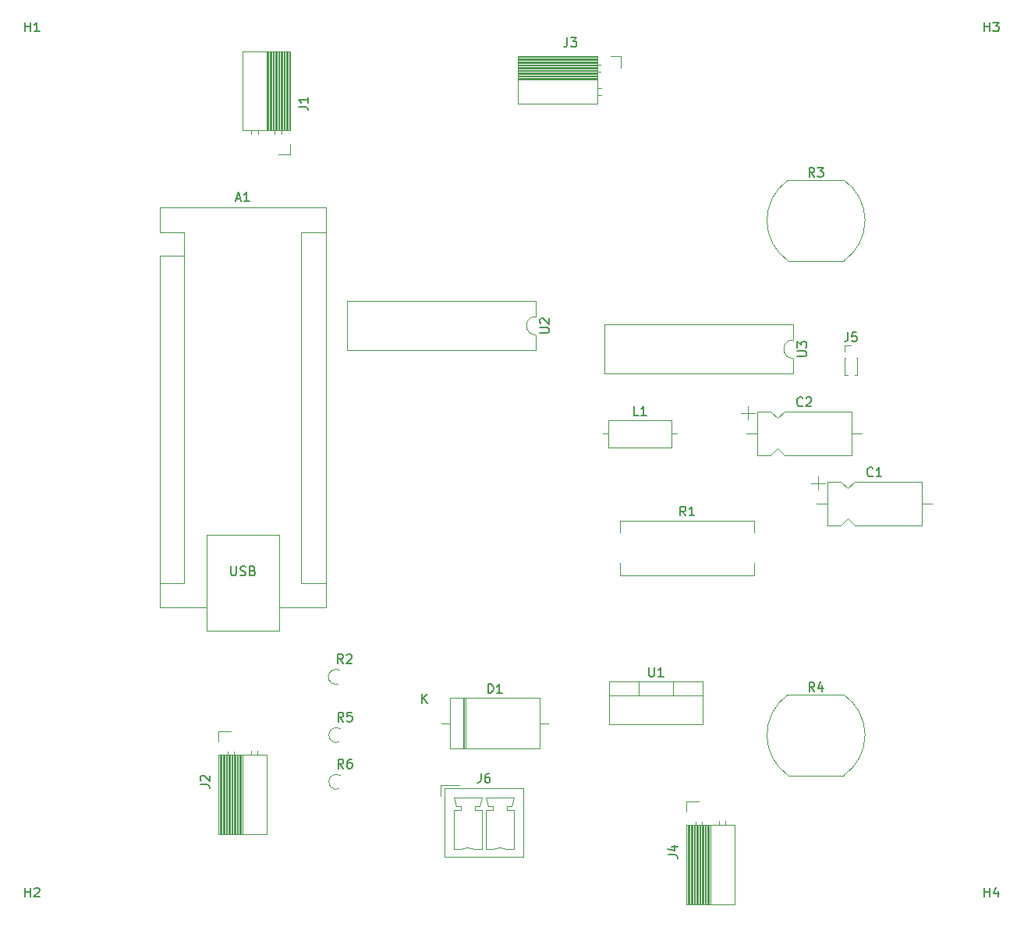
<source format=gbr>
%TF.GenerationSoftware,KiCad,Pcbnew,7.0.2*%
%TF.CreationDate,2023-04-22T23:51:56+05:30*%
%TF.ProjectId,Final circuit pcb file,46696e61-6c20-4636-9972-637569742070,rev?*%
%TF.SameCoordinates,Original*%
%TF.FileFunction,Legend,Top*%
%TF.FilePolarity,Positive*%
%FSLAX46Y46*%
G04 Gerber Fmt 4.6, Leading zero omitted, Abs format (unit mm)*
G04 Created by KiCad (PCBNEW 7.0.2) date 2023-04-22 23:51:56*
%MOMM*%
%LPD*%
G01*
G04 APERTURE LIST*
%ADD10C,0.150000*%
%ADD11C,0.120000*%
G04 APERTURE END LIST*
D10*
%TO.C,R4*%
X112873333Y-96862619D02*
X112540000Y-96386428D01*
X112301905Y-96862619D02*
X112301905Y-95862619D01*
X112301905Y-95862619D02*
X112682857Y-95862619D01*
X112682857Y-95862619D02*
X112778095Y-95910238D01*
X112778095Y-95910238D02*
X112825714Y-95957857D01*
X112825714Y-95957857D02*
X112873333Y-96053095D01*
X112873333Y-96053095D02*
X112873333Y-96195952D01*
X112873333Y-96195952D02*
X112825714Y-96291190D01*
X112825714Y-96291190D02*
X112778095Y-96338809D01*
X112778095Y-96338809D02*
X112682857Y-96386428D01*
X112682857Y-96386428D02*
X112301905Y-96386428D01*
X113730476Y-96195952D02*
X113730476Y-96862619D01*
X113492381Y-95815000D02*
X113254286Y-96529285D01*
X113254286Y-96529285D02*
X113873333Y-96529285D01*
%TO.C,U3*%
X111012619Y-60451904D02*
X111822142Y-60451904D01*
X111822142Y-60451904D02*
X111917380Y-60404285D01*
X111917380Y-60404285D02*
X111965000Y-60356666D01*
X111965000Y-60356666D02*
X112012619Y-60261428D01*
X112012619Y-60261428D02*
X112012619Y-60070952D01*
X112012619Y-60070952D02*
X111965000Y-59975714D01*
X111965000Y-59975714D02*
X111917380Y-59928095D01*
X111917380Y-59928095D02*
X111822142Y-59880476D01*
X111822142Y-59880476D02*
X111012619Y-59880476D01*
X111012619Y-59499523D02*
X111012619Y-58880476D01*
X111012619Y-58880476D02*
X111393571Y-59213809D01*
X111393571Y-59213809D02*
X111393571Y-59070952D01*
X111393571Y-59070952D02*
X111441190Y-58975714D01*
X111441190Y-58975714D02*
X111488809Y-58928095D01*
X111488809Y-58928095D02*
X111584047Y-58880476D01*
X111584047Y-58880476D02*
X111822142Y-58880476D01*
X111822142Y-58880476D02*
X111917380Y-58928095D01*
X111917380Y-58928095D02*
X111965000Y-58975714D01*
X111965000Y-58975714D02*
X112012619Y-59070952D01*
X112012619Y-59070952D02*
X112012619Y-59356666D01*
X112012619Y-59356666D02*
X111965000Y-59451904D01*
X111965000Y-59451904D02*
X111917380Y-59499523D01*
%TO.C,H1*%
X27178095Y-25202619D02*
X27178095Y-24202619D01*
X27178095Y-24678809D02*
X27749523Y-24678809D01*
X27749523Y-25202619D02*
X27749523Y-24202619D01*
X28749523Y-25202619D02*
X28178095Y-25202619D01*
X28463809Y-25202619D02*
X28463809Y-24202619D01*
X28463809Y-24202619D02*
X28368571Y-24345476D01*
X28368571Y-24345476D02*
X28273333Y-24440714D01*
X28273333Y-24440714D02*
X28178095Y-24488333D01*
%TO.C,C1*%
X119213333Y-73439880D02*
X119165714Y-73487500D01*
X119165714Y-73487500D02*
X119022857Y-73535119D01*
X119022857Y-73535119D02*
X118927619Y-73535119D01*
X118927619Y-73535119D02*
X118784762Y-73487500D01*
X118784762Y-73487500D02*
X118689524Y-73392261D01*
X118689524Y-73392261D02*
X118641905Y-73297023D01*
X118641905Y-73297023D02*
X118594286Y-73106547D01*
X118594286Y-73106547D02*
X118594286Y-72963690D01*
X118594286Y-72963690D02*
X118641905Y-72773214D01*
X118641905Y-72773214D02*
X118689524Y-72677976D01*
X118689524Y-72677976D02*
X118784762Y-72582738D01*
X118784762Y-72582738D02*
X118927619Y-72535119D01*
X118927619Y-72535119D02*
X119022857Y-72535119D01*
X119022857Y-72535119D02*
X119165714Y-72582738D01*
X119165714Y-72582738D02*
X119213333Y-72630357D01*
X120165714Y-73535119D02*
X119594286Y-73535119D01*
X119880000Y-73535119D02*
X119880000Y-72535119D01*
X119880000Y-72535119D02*
X119784762Y-72677976D01*
X119784762Y-72677976D02*
X119689524Y-72773214D01*
X119689524Y-72773214D02*
X119594286Y-72820833D01*
%TO.C,U2*%
X83072619Y-57911904D02*
X83882142Y-57911904D01*
X83882142Y-57911904D02*
X83977380Y-57864285D01*
X83977380Y-57864285D02*
X84025000Y-57816666D01*
X84025000Y-57816666D02*
X84072619Y-57721428D01*
X84072619Y-57721428D02*
X84072619Y-57530952D01*
X84072619Y-57530952D02*
X84025000Y-57435714D01*
X84025000Y-57435714D02*
X83977380Y-57388095D01*
X83977380Y-57388095D02*
X83882142Y-57340476D01*
X83882142Y-57340476D02*
X83072619Y-57340476D01*
X83167857Y-56911904D02*
X83120238Y-56864285D01*
X83120238Y-56864285D02*
X83072619Y-56769047D01*
X83072619Y-56769047D02*
X83072619Y-56530952D01*
X83072619Y-56530952D02*
X83120238Y-56435714D01*
X83120238Y-56435714D02*
X83167857Y-56388095D01*
X83167857Y-56388095D02*
X83263095Y-56340476D01*
X83263095Y-56340476D02*
X83358333Y-56340476D01*
X83358333Y-56340476D02*
X83501190Y-56388095D01*
X83501190Y-56388095D02*
X84072619Y-56959523D01*
X84072619Y-56959523D02*
X84072619Y-56340476D01*
%TO.C,J6*%
X76656666Y-105772619D02*
X76656666Y-106486904D01*
X76656666Y-106486904D02*
X76609047Y-106629761D01*
X76609047Y-106629761D02*
X76513809Y-106725000D01*
X76513809Y-106725000D02*
X76370952Y-106772619D01*
X76370952Y-106772619D02*
X76275714Y-106772619D01*
X77561428Y-105772619D02*
X77370952Y-105772619D01*
X77370952Y-105772619D02*
X77275714Y-105820238D01*
X77275714Y-105820238D02*
X77228095Y-105867857D01*
X77228095Y-105867857D02*
X77132857Y-106010714D01*
X77132857Y-106010714D02*
X77085238Y-106201190D01*
X77085238Y-106201190D02*
X77085238Y-106582142D01*
X77085238Y-106582142D02*
X77132857Y-106677380D01*
X77132857Y-106677380D02*
X77180476Y-106725000D01*
X77180476Y-106725000D02*
X77275714Y-106772619D01*
X77275714Y-106772619D02*
X77466190Y-106772619D01*
X77466190Y-106772619D02*
X77561428Y-106725000D01*
X77561428Y-106725000D02*
X77609047Y-106677380D01*
X77609047Y-106677380D02*
X77656666Y-106582142D01*
X77656666Y-106582142D02*
X77656666Y-106344047D01*
X77656666Y-106344047D02*
X77609047Y-106248809D01*
X77609047Y-106248809D02*
X77561428Y-106201190D01*
X77561428Y-106201190D02*
X77466190Y-106153571D01*
X77466190Y-106153571D02*
X77275714Y-106153571D01*
X77275714Y-106153571D02*
X77180476Y-106201190D01*
X77180476Y-106201190D02*
X77132857Y-106248809D01*
X77132857Y-106248809D02*
X77085238Y-106344047D01*
%TO.C,R6*%
X61743333Y-105222619D02*
X61410000Y-104746428D01*
X61171905Y-105222619D02*
X61171905Y-104222619D01*
X61171905Y-104222619D02*
X61552857Y-104222619D01*
X61552857Y-104222619D02*
X61648095Y-104270238D01*
X61648095Y-104270238D02*
X61695714Y-104317857D01*
X61695714Y-104317857D02*
X61743333Y-104413095D01*
X61743333Y-104413095D02*
X61743333Y-104555952D01*
X61743333Y-104555952D02*
X61695714Y-104651190D01*
X61695714Y-104651190D02*
X61648095Y-104698809D01*
X61648095Y-104698809D02*
X61552857Y-104746428D01*
X61552857Y-104746428D02*
X61171905Y-104746428D01*
X62600476Y-104222619D02*
X62410000Y-104222619D01*
X62410000Y-104222619D02*
X62314762Y-104270238D01*
X62314762Y-104270238D02*
X62267143Y-104317857D01*
X62267143Y-104317857D02*
X62171905Y-104460714D01*
X62171905Y-104460714D02*
X62124286Y-104651190D01*
X62124286Y-104651190D02*
X62124286Y-105032142D01*
X62124286Y-105032142D02*
X62171905Y-105127380D01*
X62171905Y-105127380D02*
X62219524Y-105175000D01*
X62219524Y-105175000D02*
X62314762Y-105222619D01*
X62314762Y-105222619D02*
X62505238Y-105222619D01*
X62505238Y-105222619D02*
X62600476Y-105175000D01*
X62600476Y-105175000D02*
X62648095Y-105127380D01*
X62648095Y-105127380D02*
X62695714Y-105032142D01*
X62695714Y-105032142D02*
X62695714Y-104794047D01*
X62695714Y-104794047D02*
X62648095Y-104698809D01*
X62648095Y-104698809D02*
X62600476Y-104651190D01*
X62600476Y-104651190D02*
X62505238Y-104603571D01*
X62505238Y-104603571D02*
X62314762Y-104603571D01*
X62314762Y-104603571D02*
X62219524Y-104651190D01*
X62219524Y-104651190D02*
X62171905Y-104698809D01*
X62171905Y-104698809D02*
X62124286Y-104794047D01*
%TO.C,R3*%
X112873333Y-40982619D02*
X112540000Y-40506428D01*
X112301905Y-40982619D02*
X112301905Y-39982619D01*
X112301905Y-39982619D02*
X112682857Y-39982619D01*
X112682857Y-39982619D02*
X112778095Y-40030238D01*
X112778095Y-40030238D02*
X112825714Y-40077857D01*
X112825714Y-40077857D02*
X112873333Y-40173095D01*
X112873333Y-40173095D02*
X112873333Y-40315952D01*
X112873333Y-40315952D02*
X112825714Y-40411190D01*
X112825714Y-40411190D02*
X112778095Y-40458809D01*
X112778095Y-40458809D02*
X112682857Y-40506428D01*
X112682857Y-40506428D02*
X112301905Y-40506428D01*
X113206667Y-39982619D02*
X113825714Y-39982619D01*
X113825714Y-39982619D02*
X113492381Y-40363571D01*
X113492381Y-40363571D02*
X113635238Y-40363571D01*
X113635238Y-40363571D02*
X113730476Y-40411190D01*
X113730476Y-40411190D02*
X113778095Y-40458809D01*
X113778095Y-40458809D02*
X113825714Y-40554047D01*
X113825714Y-40554047D02*
X113825714Y-40792142D01*
X113825714Y-40792142D02*
X113778095Y-40887380D01*
X113778095Y-40887380D02*
X113730476Y-40935000D01*
X113730476Y-40935000D02*
X113635238Y-40982619D01*
X113635238Y-40982619D02*
X113349524Y-40982619D01*
X113349524Y-40982619D02*
X113254286Y-40935000D01*
X113254286Y-40935000D02*
X113206667Y-40887380D01*
%TO.C,L1*%
X93773333Y-66872619D02*
X93297143Y-66872619D01*
X93297143Y-66872619D02*
X93297143Y-65872619D01*
X94630476Y-66872619D02*
X94059048Y-66872619D01*
X94344762Y-66872619D02*
X94344762Y-65872619D01*
X94344762Y-65872619D02*
X94249524Y-66015476D01*
X94249524Y-66015476D02*
X94154286Y-66110714D01*
X94154286Y-66110714D02*
X94059048Y-66158333D01*
%TO.C,J1*%
X56872619Y-33373333D02*
X57586904Y-33373333D01*
X57586904Y-33373333D02*
X57729761Y-33420952D01*
X57729761Y-33420952D02*
X57825000Y-33516190D01*
X57825000Y-33516190D02*
X57872619Y-33659047D01*
X57872619Y-33659047D02*
X57872619Y-33754285D01*
X57872619Y-32373333D02*
X57872619Y-32944761D01*
X57872619Y-32659047D02*
X56872619Y-32659047D01*
X56872619Y-32659047D02*
X57015476Y-32754285D01*
X57015476Y-32754285D02*
X57110714Y-32849523D01*
X57110714Y-32849523D02*
X57158333Y-32944761D01*
%TO.C,U1*%
X94898095Y-94252619D02*
X94898095Y-95062142D01*
X94898095Y-95062142D02*
X94945714Y-95157380D01*
X94945714Y-95157380D02*
X94993333Y-95205000D01*
X94993333Y-95205000D02*
X95088571Y-95252619D01*
X95088571Y-95252619D02*
X95279047Y-95252619D01*
X95279047Y-95252619D02*
X95374285Y-95205000D01*
X95374285Y-95205000D02*
X95421904Y-95157380D01*
X95421904Y-95157380D02*
X95469523Y-95062142D01*
X95469523Y-95062142D02*
X95469523Y-94252619D01*
X96469523Y-95252619D02*
X95898095Y-95252619D01*
X96183809Y-95252619D02*
X96183809Y-94252619D01*
X96183809Y-94252619D02*
X96088571Y-94395476D01*
X96088571Y-94395476D02*
X95993333Y-94490714D01*
X95993333Y-94490714D02*
X95898095Y-94538333D01*
%TO.C,R1*%
X98893333Y-77772619D02*
X98560000Y-77296428D01*
X98321905Y-77772619D02*
X98321905Y-76772619D01*
X98321905Y-76772619D02*
X98702857Y-76772619D01*
X98702857Y-76772619D02*
X98798095Y-76820238D01*
X98798095Y-76820238D02*
X98845714Y-76867857D01*
X98845714Y-76867857D02*
X98893333Y-76963095D01*
X98893333Y-76963095D02*
X98893333Y-77105952D01*
X98893333Y-77105952D02*
X98845714Y-77201190D01*
X98845714Y-77201190D02*
X98798095Y-77248809D01*
X98798095Y-77248809D02*
X98702857Y-77296428D01*
X98702857Y-77296428D02*
X98321905Y-77296428D01*
X99845714Y-77772619D02*
X99274286Y-77772619D01*
X99560000Y-77772619D02*
X99560000Y-76772619D01*
X99560000Y-76772619D02*
X99464762Y-76915476D01*
X99464762Y-76915476D02*
X99369524Y-77010714D01*
X99369524Y-77010714D02*
X99274286Y-77058333D01*
%TO.C,H2*%
X27178095Y-119182619D02*
X27178095Y-118182619D01*
X27178095Y-118658809D02*
X27749523Y-118658809D01*
X27749523Y-119182619D02*
X27749523Y-118182619D01*
X28178095Y-118277857D02*
X28225714Y-118230238D01*
X28225714Y-118230238D02*
X28320952Y-118182619D01*
X28320952Y-118182619D02*
X28559047Y-118182619D01*
X28559047Y-118182619D02*
X28654285Y-118230238D01*
X28654285Y-118230238D02*
X28701904Y-118277857D01*
X28701904Y-118277857D02*
X28749523Y-118373095D01*
X28749523Y-118373095D02*
X28749523Y-118468333D01*
X28749523Y-118468333D02*
X28701904Y-118611190D01*
X28701904Y-118611190D02*
X28130476Y-119182619D01*
X28130476Y-119182619D02*
X28749523Y-119182619D01*
%TO.C,H4*%
X131318095Y-119182619D02*
X131318095Y-118182619D01*
X131318095Y-118658809D02*
X131889523Y-118658809D01*
X131889523Y-119182619D02*
X131889523Y-118182619D01*
X132794285Y-118515952D02*
X132794285Y-119182619D01*
X132556190Y-118135000D02*
X132318095Y-118849285D01*
X132318095Y-118849285D02*
X132937142Y-118849285D01*
%TO.C,R2*%
X61693333Y-93822619D02*
X61360000Y-93346428D01*
X61121905Y-93822619D02*
X61121905Y-92822619D01*
X61121905Y-92822619D02*
X61502857Y-92822619D01*
X61502857Y-92822619D02*
X61598095Y-92870238D01*
X61598095Y-92870238D02*
X61645714Y-92917857D01*
X61645714Y-92917857D02*
X61693333Y-93013095D01*
X61693333Y-93013095D02*
X61693333Y-93155952D01*
X61693333Y-93155952D02*
X61645714Y-93251190D01*
X61645714Y-93251190D02*
X61598095Y-93298809D01*
X61598095Y-93298809D02*
X61502857Y-93346428D01*
X61502857Y-93346428D02*
X61121905Y-93346428D01*
X62074286Y-92917857D02*
X62121905Y-92870238D01*
X62121905Y-92870238D02*
X62217143Y-92822619D01*
X62217143Y-92822619D02*
X62455238Y-92822619D01*
X62455238Y-92822619D02*
X62550476Y-92870238D01*
X62550476Y-92870238D02*
X62598095Y-92917857D01*
X62598095Y-92917857D02*
X62645714Y-93013095D01*
X62645714Y-93013095D02*
X62645714Y-93108333D01*
X62645714Y-93108333D02*
X62598095Y-93251190D01*
X62598095Y-93251190D02*
X62026667Y-93822619D01*
X62026667Y-93822619D02*
X62645714Y-93822619D01*
%TO.C,J5*%
X116506666Y-57862619D02*
X116506666Y-58576904D01*
X116506666Y-58576904D02*
X116459047Y-58719761D01*
X116459047Y-58719761D02*
X116363809Y-58815000D01*
X116363809Y-58815000D02*
X116220952Y-58862619D01*
X116220952Y-58862619D02*
X116125714Y-58862619D01*
X117459047Y-57862619D02*
X116982857Y-57862619D01*
X116982857Y-57862619D02*
X116935238Y-58338809D01*
X116935238Y-58338809D02*
X116982857Y-58291190D01*
X116982857Y-58291190D02*
X117078095Y-58243571D01*
X117078095Y-58243571D02*
X117316190Y-58243571D01*
X117316190Y-58243571D02*
X117411428Y-58291190D01*
X117411428Y-58291190D02*
X117459047Y-58338809D01*
X117459047Y-58338809D02*
X117506666Y-58434047D01*
X117506666Y-58434047D02*
X117506666Y-58672142D01*
X117506666Y-58672142D02*
X117459047Y-58767380D01*
X117459047Y-58767380D02*
X117411428Y-58815000D01*
X117411428Y-58815000D02*
X117316190Y-58862619D01*
X117316190Y-58862619D02*
X117078095Y-58862619D01*
X117078095Y-58862619D02*
X116982857Y-58815000D01*
X116982857Y-58815000D02*
X116935238Y-58767380D01*
%TO.C,A1*%
X50085714Y-43356904D02*
X50561904Y-43356904D01*
X49990476Y-43642619D02*
X50323809Y-42642619D01*
X50323809Y-42642619D02*
X50657142Y-43642619D01*
X51514285Y-43642619D02*
X50942857Y-43642619D01*
X51228571Y-43642619D02*
X51228571Y-42642619D01*
X51228571Y-42642619D02*
X51133333Y-42785476D01*
X51133333Y-42785476D02*
X51038095Y-42880714D01*
X51038095Y-42880714D02*
X50942857Y-42928333D01*
X49538095Y-83282619D02*
X49538095Y-84092142D01*
X49538095Y-84092142D02*
X49585714Y-84187380D01*
X49585714Y-84187380D02*
X49633333Y-84235000D01*
X49633333Y-84235000D02*
X49728571Y-84282619D01*
X49728571Y-84282619D02*
X49919047Y-84282619D01*
X49919047Y-84282619D02*
X50014285Y-84235000D01*
X50014285Y-84235000D02*
X50061904Y-84187380D01*
X50061904Y-84187380D02*
X50109523Y-84092142D01*
X50109523Y-84092142D02*
X50109523Y-83282619D01*
X50538095Y-84235000D02*
X50680952Y-84282619D01*
X50680952Y-84282619D02*
X50919047Y-84282619D01*
X50919047Y-84282619D02*
X51014285Y-84235000D01*
X51014285Y-84235000D02*
X51061904Y-84187380D01*
X51061904Y-84187380D02*
X51109523Y-84092142D01*
X51109523Y-84092142D02*
X51109523Y-83996904D01*
X51109523Y-83996904D02*
X51061904Y-83901666D01*
X51061904Y-83901666D02*
X51014285Y-83854047D01*
X51014285Y-83854047D02*
X50919047Y-83806428D01*
X50919047Y-83806428D02*
X50728571Y-83758809D01*
X50728571Y-83758809D02*
X50633333Y-83711190D01*
X50633333Y-83711190D02*
X50585714Y-83663571D01*
X50585714Y-83663571D02*
X50538095Y-83568333D01*
X50538095Y-83568333D02*
X50538095Y-83473095D01*
X50538095Y-83473095D02*
X50585714Y-83377857D01*
X50585714Y-83377857D02*
X50633333Y-83330238D01*
X50633333Y-83330238D02*
X50728571Y-83282619D01*
X50728571Y-83282619D02*
X50966666Y-83282619D01*
X50966666Y-83282619D02*
X51109523Y-83330238D01*
X51871428Y-83758809D02*
X52014285Y-83806428D01*
X52014285Y-83806428D02*
X52061904Y-83854047D01*
X52061904Y-83854047D02*
X52109523Y-83949285D01*
X52109523Y-83949285D02*
X52109523Y-84092142D01*
X52109523Y-84092142D02*
X52061904Y-84187380D01*
X52061904Y-84187380D02*
X52014285Y-84235000D01*
X52014285Y-84235000D02*
X51919047Y-84282619D01*
X51919047Y-84282619D02*
X51538095Y-84282619D01*
X51538095Y-84282619D02*
X51538095Y-83282619D01*
X51538095Y-83282619D02*
X51871428Y-83282619D01*
X51871428Y-83282619D02*
X51966666Y-83330238D01*
X51966666Y-83330238D02*
X52014285Y-83377857D01*
X52014285Y-83377857D02*
X52061904Y-83473095D01*
X52061904Y-83473095D02*
X52061904Y-83568333D01*
X52061904Y-83568333D02*
X52014285Y-83663571D01*
X52014285Y-83663571D02*
X51966666Y-83711190D01*
X51966666Y-83711190D02*
X51871428Y-83758809D01*
X51871428Y-83758809D02*
X51538095Y-83758809D01*
%TO.C,J4*%
X96992619Y-114613333D02*
X97706904Y-114613333D01*
X97706904Y-114613333D02*
X97849761Y-114660952D01*
X97849761Y-114660952D02*
X97945000Y-114756190D01*
X97945000Y-114756190D02*
X97992619Y-114899047D01*
X97992619Y-114899047D02*
X97992619Y-114994285D01*
X97325952Y-113708571D02*
X97992619Y-113708571D01*
X96945000Y-113946666D02*
X97659285Y-114184761D01*
X97659285Y-114184761D02*
X97659285Y-113565714D01*
%TO.C,D1*%
X77441905Y-97052619D02*
X77441905Y-96052619D01*
X77441905Y-96052619D02*
X77680000Y-96052619D01*
X77680000Y-96052619D02*
X77822857Y-96100238D01*
X77822857Y-96100238D02*
X77918095Y-96195476D01*
X77918095Y-96195476D02*
X77965714Y-96290714D01*
X77965714Y-96290714D02*
X78013333Y-96481190D01*
X78013333Y-96481190D02*
X78013333Y-96624047D01*
X78013333Y-96624047D02*
X77965714Y-96814523D01*
X77965714Y-96814523D02*
X77918095Y-96909761D01*
X77918095Y-96909761D02*
X77822857Y-97005000D01*
X77822857Y-97005000D02*
X77680000Y-97052619D01*
X77680000Y-97052619D02*
X77441905Y-97052619D01*
X78965714Y-97052619D02*
X78394286Y-97052619D01*
X78680000Y-97052619D02*
X78680000Y-96052619D01*
X78680000Y-96052619D02*
X78584762Y-96195476D01*
X78584762Y-96195476D02*
X78489524Y-96290714D01*
X78489524Y-96290714D02*
X78394286Y-96338333D01*
X70298095Y-98172619D02*
X70298095Y-97172619D01*
X70869523Y-98172619D02*
X70440952Y-97601190D01*
X70869523Y-97172619D02*
X70298095Y-97744047D01*
%TO.C,J3*%
X86046666Y-25872619D02*
X86046666Y-26586904D01*
X86046666Y-26586904D02*
X85999047Y-26729761D01*
X85999047Y-26729761D02*
X85903809Y-26825000D01*
X85903809Y-26825000D02*
X85760952Y-26872619D01*
X85760952Y-26872619D02*
X85665714Y-26872619D01*
X86427619Y-25872619D02*
X87046666Y-25872619D01*
X87046666Y-25872619D02*
X86713333Y-26253571D01*
X86713333Y-26253571D02*
X86856190Y-26253571D01*
X86856190Y-26253571D02*
X86951428Y-26301190D01*
X86951428Y-26301190D02*
X86999047Y-26348809D01*
X86999047Y-26348809D02*
X87046666Y-26444047D01*
X87046666Y-26444047D02*
X87046666Y-26682142D01*
X87046666Y-26682142D02*
X86999047Y-26777380D01*
X86999047Y-26777380D02*
X86951428Y-26825000D01*
X86951428Y-26825000D02*
X86856190Y-26872619D01*
X86856190Y-26872619D02*
X86570476Y-26872619D01*
X86570476Y-26872619D02*
X86475238Y-26825000D01*
X86475238Y-26825000D02*
X86427619Y-26777380D01*
%TO.C,J2*%
X46192619Y-106993333D02*
X46906904Y-106993333D01*
X46906904Y-106993333D02*
X47049761Y-107040952D01*
X47049761Y-107040952D02*
X47145000Y-107136190D01*
X47145000Y-107136190D02*
X47192619Y-107279047D01*
X47192619Y-107279047D02*
X47192619Y-107374285D01*
X46287857Y-106564761D02*
X46240238Y-106517142D01*
X46240238Y-106517142D02*
X46192619Y-106421904D01*
X46192619Y-106421904D02*
X46192619Y-106183809D01*
X46192619Y-106183809D02*
X46240238Y-106088571D01*
X46240238Y-106088571D02*
X46287857Y-106040952D01*
X46287857Y-106040952D02*
X46383095Y-105993333D01*
X46383095Y-105993333D02*
X46478333Y-105993333D01*
X46478333Y-105993333D02*
X46621190Y-106040952D01*
X46621190Y-106040952D02*
X47192619Y-106612380D01*
X47192619Y-106612380D02*
X47192619Y-105993333D01*
%TO.C,H3*%
X131318095Y-25202619D02*
X131318095Y-24202619D01*
X131318095Y-24678809D02*
X131889523Y-24678809D01*
X131889523Y-25202619D02*
X131889523Y-24202619D01*
X132270476Y-24202619D02*
X132889523Y-24202619D01*
X132889523Y-24202619D02*
X132556190Y-24583571D01*
X132556190Y-24583571D02*
X132699047Y-24583571D01*
X132699047Y-24583571D02*
X132794285Y-24631190D01*
X132794285Y-24631190D02*
X132841904Y-24678809D01*
X132841904Y-24678809D02*
X132889523Y-24774047D01*
X132889523Y-24774047D02*
X132889523Y-25012142D01*
X132889523Y-25012142D02*
X132841904Y-25107380D01*
X132841904Y-25107380D02*
X132794285Y-25155000D01*
X132794285Y-25155000D02*
X132699047Y-25202619D01*
X132699047Y-25202619D02*
X132413333Y-25202619D01*
X132413333Y-25202619D02*
X132318095Y-25155000D01*
X132318095Y-25155000D02*
X132270476Y-25107380D01*
%TO.C,C2*%
X111593333Y-65819880D02*
X111545714Y-65867500D01*
X111545714Y-65867500D02*
X111402857Y-65915119D01*
X111402857Y-65915119D02*
X111307619Y-65915119D01*
X111307619Y-65915119D02*
X111164762Y-65867500D01*
X111164762Y-65867500D02*
X111069524Y-65772261D01*
X111069524Y-65772261D02*
X111021905Y-65677023D01*
X111021905Y-65677023D02*
X110974286Y-65486547D01*
X110974286Y-65486547D02*
X110974286Y-65343690D01*
X110974286Y-65343690D02*
X111021905Y-65153214D01*
X111021905Y-65153214D02*
X111069524Y-65057976D01*
X111069524Y-65057976D02*
X111164762Y-64962738D01*
X111164762Y-64962738D02*
X111307619Y-64915119D01*
X111307619Y-64915119D02*
X111402857Y-64915119D01*
X111402857Y-64915119D02*
X111545714Y-64962738D01*
X111545714Y-64962738D02*
X111593333Y-65010357D01*
X111974286Y-65010357D02*
X112021905Y-64962738D01*
X112021905Y-64962738D02*
X112117143Y-64915119D01*
X112117143Y-64915119D02*
X112355238Y-64915119D01*
X112355238Y-64915119D02*
X112450476Y-64962738D01*
X112450476Y-64962738D02*
X112498095Y-65010357D01*
X112498095Y-65010357D02*
X112545714Y-65105595D01*
X112545714Y-65105595D02*
X112545714Y-65200833D01*
X112545714Y-65200833D02*
X112498095Y-65343690D01*
X112498095Y-65343690D02*
X111926667Y-65915119D01*
X111926667Y-65915119D02*
X112545714Y-65915119D01*
%TO.C,R5*%
X61743333Y-100142619D02*
X61410000Y-99666428D01*
X61171905Y-100142619D02*
X61171905Y-99142619D01*
X61171905Y-99142619D02*
X61552857Y-99142619D01*
X61552857Y-99142619D02*
X61648095Y-99190238D01*
X61648095Y-99190238D02*
X61695714Y-99237857D01*
X61695714Y-99237857D02*
X61743333Y-99333095D01*
X61743333Y-99333095D02*
X61743333Y-99475952D01*
X61743333Y-99475952D02*
X61695714Y-99571190D01*
X61695714Y-99571190D02*
X61648095Y-99618809D01*
X61648095Y-99618809D02*
X61552857Y-99666428D01*
X61552857Y-99666428D02*
X61171905Y-99666428D01*
X62648095Y-99142619D02*
X62171905Y-99142619D01*
X62171905Y-99142619D02*
X62124286Y-99618809D01*
X62124286Y-99618809D02*
X62171905Y-99571190D01*
X62171905Y-99571190D02*
X62267143Y-99523571D01*
X62267143Y-99523571D02*
X62505238Y-99523571D01*
X62505238Y-99523571D02*
X62600476Y-99571190D01*
X62600476Y-99571190D02*
X62648095Y-99618809D01*
X62648095Y-99618809D02*
X62695714Y-99714047D01*
X62695714Y-99714047D02*
X62695714Y-99952142D01*
X62695714Y-99952142D02*
X62648095Y-100047380D01*
X62648095Y-100047380D02*
X62600476Y-100095000D01*
X62600476Y-100095000D02*
X62505238Y-100142619D01*
X62505238Y-100142619D02*
X62267143Y-100142619D01*
X62267143Y-100142619D02*
X62171905Y-100095000D01*
X62171905Y-100095000D02*
X62124286Y-100047380D01*
D11*
%TO.C,R4*%
X110040000Y-97200000D02*
X116040000Y-97200000D01*
X110040000Y-106000000D02*
X116040000Y-106000000D01*
X110007350Y-97222440D02*
G75*
G03*
X110040000Y-105999999I3032650J-4377560D01*
G01*
X116072650Y-105977560D02*
G75*
G03*
X116040000Y-97200001I-3032650J4377560D01*
G01*
%TO.C,U3*%
X110550000Y-57040000D02*
X90110000Y-57040000D01*
X90110000Y-57040000D02*
X90110000Y-62340000D01*
X110550000Y-58690000D02*
X110550000Y-57040000D01*
X110550000Y-62340000D02*
X110550000Y-60690000D01*
X90110000Y-62340000D02*
X110550000Y-62340000D01*
X110550000Y-58690000D02*
G75*
G03*
X110550000Y-60690000I0J-1000000D01*
G01*
%TO.C,C1*%
X112510000Y-74242500D02*
X114010000Y-74242500D01*
X113120000Y-76442500D02*
X114260000Y-76442500D01*
X113260000Y-73492500D02*
X113260000Y-74992500D01*
X114260000Y-74072500D02*
X114260000Y-78812500D01*
X114260000Y-74072500D02*
X115760000Y-74072500D01*
X114260000Y-78812500D02*
X115760000Y-78812500D01*
X115760000Y-74072500D02*
X116510000Y-74822500D01*
X115760000Y-78812500D02*
X116510000Y-78062500D01*
X116510000Y-74822500D02*
X117260000Y-74072500D01*
X116510000Y-78062500D02*
X117260000Y-78812500D01*
X117260000Y-74072500D02*
X124500000Y-74072500D01*
X117260000Y-78812500D02*
X124500000Y-78812500D01*
X124500000Y-74072500D02*
X124500000Y-78812500D01*
X125640000Y-76442500D02*
X124500000Y-76442500D01*
%TO.C,U2*%
X82610000Y-54500000D02*
X62170000Y-54500000D01*
X62170000Y-54500000D02*
X62170000Y-59800000D01*
X82610000Y-56150000D02*
X82610000Y-54500000D01*
X82610000Y-59800000D02*
X82610000Y-58150000D01*
X62170000Y-59800000D02*
X82610000Y-59800000D01*
X82610000Y-56150000D02*
G75*
G03*
X82610000Y-58150000I0J-1000000D01*
G01*
%TO.C,J6*%
X72290000Y-107010000D02*
X74290000Y-107010000D01*
X72290000Y-108260000D02*
X72290000Y-107010000D01*
X72680000Y-107400000D02*
X72680000Y-114870000D01*
X72680000Y-114870000D02*
X81300000Y-114870000D01*
X73740000Y-108360000D02*
X76740000Y-108360000D01*
X73740000Y-109710000D02*
X74490000Y-109710000D01*
X73740000Y-114010000D02*
X73740000Y-109710000D01*
X73990000Y-109360000D02*
X73740000Y-108360000D01*
X74490000Y-109360000D02*
X73990000Y-109360000D01*
X74490000Y-109710000D02*
X74490000Y-109360000D01*
X74490000Y-114010000D02*
X73740000Y-114010000D01*
X75990000Y-109360000D02*
X75990000Y-109710000D01*
X75990000Y-109710000D02*
X76740000Y-109710000D01*
X76490000Y-109360000D02*
X75990000Y-109360000D01*
X76740000Y-108360000D02*
X76490000Y-109360000D01*
X76740000Y-109710000D02*
X76740000Y-114010000D01*
X76740000Y-114010000D02*
X75990000Y-114010000D01*
X77240000Y-108360000D02*
X80240000Y-108360000D01*
X77240000Y-109710000D02*
X77990000Y-109710000D01*
X77240000Y-114010000D02*
X77240000Y-109710000D01*
X77490000Y-109360000D02*
X77240000Y-108360000D01*
X77990000Y-109360000D02*
X77490000Y-109360000D01*
X77990000Y-109710000D02*
X77990000Y-109360000D01*
X77990000Y-114010000D02*
X77240000Y-114010000D01*
X79490000Y-109360000D02*
X79490000Y-109710000D01*
X79490000Y-109710000D02*
X80240000Y-109710000D01*
X79990000Y-109360000D02*
X79490000Y-109360000D01*
X80240000Y-108360000D02*
X79990000Y-109360000D01*
X80240000Y-109710000D02*
X80240000Y-114010000D01*
X80240000Y-114010000D02*
X79490000Y-114010000D01*
X81300000Y-107400000D02*
X72680000Y-107400000D01*
X81300000Y-114870000D02*
X81300000Y-107400000D01*
X75989647Y-114009845D02*
G75*
G03*
X74490000Y-114010000I-749647J-1700155D01*
G01*
X79489647Y-114009845D02*
G75*
G03*
X77990000Y-114010000I-749647J-1700155D01*
G01*
%TO.C,R6*%
X61377133Y-105980001D02*
G75*
G03*
X61280095Y-107429358I-417133J-699999D01*
G01*
%TO.C,R3*%
X110040000Y-41320000D02*
X116040000Y-41320000D01*
X110040000Y-50120000D02*
X116040000Y-50120000D01*
X110007350Y-41342440D02*
G75*
G03*
X110040000Y-50119999I3032650J-4377560D01*
G01*
X116072650Y-50097560D02*
G75*
G03*
X116040000Y-41320001I-3032650J4377560D01*
G01*
%TO.C,L1*%
X89900000Y-68880000D02*
X90520000Y-68880000D01*
X90520000Y-67410000D02*
X90520000Y-70350000D01*
X90520000Y-70350000D02*
X97360000Y-70350000D01*
X97360000Y-67410000D02*
X90520000Y-67410000D01*
X97360000Y-70350000D02*
X97360000Y-67410000D01*
X97980000Y-68880000D02*
X97360000Y-68880000D01*
%TO.C,J1*%
X55970000Y-27330000D02*
X50770000Y-27330000D01*
X55970000Y-27330000D02*
X55970000Y-35960000D01*
X55850000Y-27330000D02*
X55850000Y-35960000D01*
X55731905Y-27330000D02*
X55731905Y-35960000D01*
X55613810Y-27330000D02*
X55613810Y-35960000D01*
X55495715Y-27330000D02*
X55495715Y-35960000D01*
X55377620Y-27330000D02*
X55377620Y-35960000D01*
X55259525Y-27330000D02*
X55259525Y-35960000D01*
X55141430Y-27330000D02*
X55141430Y-35960000D01*
X55023335Y-27330000D02*
X55023335Y-35960000D01*
X54905240Y-27330000D02*
X54905240Y-35960000D01*
X54787145Y-27330000D02*
X54787145Y-35960000D01*
X54669050Y-27330000D02*
X54669050Y-35960000D01*
X54550955Y-27330000D02*
X54550955Y-35960000D01*
X54432860Y-27330000D02*
X54432860Y-35960000D01*
X54314765Y-27330000D02*
X54314765Y-35960000D01*
X54196670Y-27330000D02*
X54196670Y-35960000D01*
X54078575Y-27330000D02*
X54078575Y-35960000D01*
X53960480Y-27330000D02*
X53960480Y-35960000D01*
X53842385Y-27330000D02*
X53842385Y-35960000D01*
X53724290Y-27330000D02*
X53724290Y-35960000D01*
X53606195Y-27330000D02*
X53606195Y-35960000D01*
X53488100Y-27330000D02*
X53488100Y-35960000D01*
X53370000Y-27330000D02*
X53370000Y-35960000D01*
X50770000Y-27330000D02*
X50770000Y-35960000D01*
X55970000Y-35960000D02*
X50770000Y-35960000D01*
X55000000Y-35960000D02*
X55000000Y-36310000D01*
X54280000Y-35960000D02*
X54280000Y-36310000D01*
X52460000Y-35960000D02*
X52460000Y-36370000D01*
X51740000Y-35960000D02*
X51740000Y-36370000D01*
X55970000Y-37420000D02*
X55970000Y-38530000D01*
X55970000Y-38530000D02*
X54640000Y-38530000D01*
%TO.C,U1*%
X90539000Y-95790000D02*
X90539000Y-100431000D01*
X90539000Y-95790000D02*
X100780000Y-95790000D01*
X90539000Y-97300000D02*
X100780000Y-97300000D01*
X90539000Y-100431000D02*
X100780000Y-100431000D01*
X93810000Y-95790000D02*
X93810000Y-97300000D01*
X97510000Y-95790000D02*
X97510000Y-97300000D01*
X100780000Y-95790000D02*
X100780000Y-100431000D01*
%TO.C,R1*%
X91790000Y-78310000D02*
X106330000Y-78310000D01*
X91790000Y-79640000D02*
X91790000Y-78310000D01*
X91790000Y-82920000D02*
X91790000Y-84250000D01*
X91790000Y-84250000D02*
X106330000Y-84250000D01*
X106330000Y-78310000D02*
X106330000Y-79640000D01*
X106330000Y-84250000D02*
X106330000Y-82920000D01*
%TO.C,R2*%
X61327133Y-94580001D02*
G75*
G03*
X61230095Y-96029358I-417133J-699999D01*
G01*
%TO.C,J5*%
X116145000Y-59275000D02*
X116840000Y-59275000D01*
X116145000Y-59960000D02*
X116145000Y-59275000D01*
X116145000Y-60645000D02*
X116145000Y-62520000D01*
X116145000Y-60645000D02*
X116231724Y-60645000D01*
X116145000Y-62520000D02*
X116445507Y-62520000D01*
X117234493Y-62520000D02*
X117535000Y-62520000D01*
X117448276Y-60645000D02*
X117535000Y-60645000D01*
X117535000Y-60645000D02*
X117535000Y-62520000D01*
%TO.C,A1*%
X41780000Y-44320000D02*
X41780000Y-46990000D01*
X41780000Y-49530000D02*
X41780000Y-87760000D01*
X41780000Y-87760000D02*
X46860000Y-87760000D01*
X44450000Y-46990000D02*
X41780000Y-46990000D01*
X44450000Y-49530000D02*
X41780000Y-49530000D01*
X44450000Y-49530000D02*
X44450000Y-46990000D01*
X44450000Y-49530000D02*
X44450000Y-85090000D01*
X44450000Y-85090000D02*
X41780000Y-85090000D01*
X46860000Y-79880000D02*
X54740000Y-79880000D01*
X46860000Y-90300000D02*
X46860000Y-79880000D01*
X54740000Y-79880000D02*
X54740000Y-90300000D01*
X54740000Y-90300000D02*
X46860000Y-90300000D01*
X57150000Y-46990000D02*
X57150000Y-85090000D01*
X57150000Y-46990000D02*
X59820000Y-46990000D01*
X57150000Y-85090000D02*
X59820000Y-85090000D01*
X59820000Y-44320000D02*
X41780000Y-44320000D01*
X59820000Y-87760000D02*
X54740000Y-87760000D01*
X59820000Y-87760000D02*
X59820000Y-44320000D01*
%TO.C,J4*%
X98970000Y-119990000D02*
X104170000Y-119990000D01*
X98970000Y-119990000D02*
X98970000Y-111360000D01*
X99090000Y-119990000D02*
X99090000Y-111360000D01*
X99208095Y-119990000D02*
X99208095Y-111360000D01*
X99326190Y-119990000D02*
X99326190Y-111360000D01*
X99444285Y-119990000D02*
X99444285Y-111360000D01*
X99562380Y-119990000D02*
X99562380Y-111360000D01*
X99680475Y-119990000D02*
X99680475Y-111360000D01*
X99798570Y-119990000D02*
X99798570Y-111360000D01*
X99916665Y-119990000D02*
X99916665Y-111360000D01*
X100034760Y-119990000D02*
X100034760Y-111360000D01*
X100152855Y-119990000D02*
X100152855Y-111360000D01*
X100270950Y-119990000D02*
X100270950Y-111360000D01*
X100389045Y-119990000D02*
X100389045Y-111360000D01*
X100507140Y-119990000D02*
X100507140Y-111360000D01*
X100625235Y-119990000D02*
X100625235Y-111360000D01*
X100743330Y-119990000D02*
X100743330Y-111360000D01*
X100861425Y-119990000D02*
X100861425Y-111360000D01*
X100979520Y-119990000D02*
X100979520Y-111360000D01*
X101097615Y-119990000D02*
X101097615Y-111360000D01*
X101215710Y-119990000D02*
X101215710Y-111360000D01*
X101333805Y-119990000D02*
X101333805Y-111360000D01*
X101451900Y-119990000D02*
X101451900Y-111360000D01*
X101570000Y-119990000D02*
X101570000Y-111360000D01*
X104170000Y-119990000D02*
X104170000Y-111360000D01*
X98970000Y-111360000D02*
X104170000Y-111360000D01*
X99940000Y-111360000D02*
X99940000Y-111010000D01*
X100660000Y-111360000D02*
X100660000Y-111010000D01*
X102480000Y-111360000D02*
X102480000Y-110950000D01*
X103200000Y-111360000D02*
X103200000Y-110950000D01*
X98970000Y-109900000D02*
X98970000Y-108790000D01*
X98970000Y-108790000D02*
X100300000Y-108790000D01*
%TO.C,D1*%
X72400000Y-100310000D02*
X73310000Y-100310000D01*
X73310000Y-97590000D02*
X73310000Y-103030000D01*
X73310000Y-103030000D02*
X83050000Y-103030000D01*
X74735000Y-97590000D02*
X74735000Y-103030000D01*
X74855000Y-97590000D02*
X74855000Y-103030000D01*
X74975000Y-97590000D02*
X74975000Y-103030000D01*
X83050000Y-97590000D02*
X73310000Y-97590000D01*
X83050000Y-103030000D02*
X83050000Y-97590000D01*
X83960000Y-100310000D02*
X83050000Y-100310000D01*
%TO.C,J3*%
X80670000Y-27850000D02*
X80670000Y-33050000D01*
X80670000Y-27850000D02*
X89300000Y-27850000D01*
X80670000Y-27970000D02*
X89300000Y-27970000D01*
X80670000Y-28088095D02*
X89300000Y-28088095D01*
X80670000Y-28206190D02*
X89300000Y-28206190D01*
X80670000Y-28324285D02*
X89300000Y-28324285D01*
X80670000Y-28442380D02*
X89300000Y-28442380D01*
X80670000Y-28560475D02*
X89300000Y-28560475D01*
X80670000Y-28678570D02*
X89300000Y-28678570D01*
X80670000Y-28796665D02*
X89300000Y-28796665D01*
X80670000Y-28914760D02*
X89300000Y-28914760D01*
X80670000Y-29032855D02*
X89300000Y-29032855D01*
X80670000Y-29150950D02*
X89300000Y-29150950D01*
X80670000Y-29269045D02*
X89300000Y-29269045D01*
X80670000Y-29387140D02*
X89300000Y-29387140D01*
X80670000Y-29505235D02*
X89300000Y-29505235D01*
X80670000Y-29623330D02*
X89300000Y-29623330D01*
X80670000Y-29741425D02*
X89300000Y-29741425D01*
X80670000Y-29859520D02*
X89300000Y-29859520D01*
X80670000Y-29977615D02*
X89300000Y-29977615D01*
X80670000Y-30095710D02*
X89300000Y-30095710D01*
X80670000Y-30213805D02*
X89300000Y-30213805D01*
X80670000Y-30331900D02*
X89300000Y-30331900D01*
X80670000Y-30450000D02*
X89300000Y-30450000D01*
X80670000Y-33050000D02*
X89300000Y-33050000D01*
X89300000Y-27850000D02*
X89300000Y-33050000D01*
X89300000Y-28820000D02*
X89650000Y-28820000D01*
X89300000Y-29540000D02*
X89650000Y-29540000D01*
X89300000Y-31360000D02*
X89710000Y-31360000D01*
X89300000Y-32080000D02*
X89710000Y-32080000D01*
X90760000Y-27850000D02*
X91870000Y-27850000D01*
X91870000Y-27850000D02*
X91870000Y-29180000D01*
%TO.C,J2*%
X48170000Y-112370000D02*
X53370000Y-112370000D01*
X48170000Y-112370000D02*
X48170000Y-103740000D01*
X48290000Y-112370000D02*
X48290000Y-103740000D01*
X48408095Y-112370000D02*
X48408095Y-103740000D01*
X48526190Y-112370000D02*
X48526190Y-103740000D01*
X48644285Y-112370000D02*
X48644285Y-103740000D01*
X48762380Y-112370000D02*
X48762380Y-103740000D01*
X48880475Y-112370000D02*
X48880475Y-103740000D01*
X48998570Y-112370000D02*
X48998570Y-103740000D01*
X49116665Y-112370000D02*
X49116665Y-103740000D01*
X49234760Y-112370000D02*
X49234760Y-103740000D01*
X49352855Y-112370000D02*
X49352855Y-103740000D01*
X49470950Y-112370000D02*
X49470950Y-103740000D01*
X49589045Y-112370000D02*
X49589045Y-103740000D01*
X49707140Y-112370000D02*
X49707140Y-103740000D01*
X49825235Y-112370000D02*
X49825235Y-103740000D01*
X49943330Y-112370000D02*
X49943330Y-103740000D01*
X50061425Y-112370000D02*
X50061425Y-103740000D01*
X50179520Y-112370000D02*
X50179520Y-103740000D01*
X50297615Y-112370000D02*
X50297615Y-103740000D01*
X50415710Y-112370000D02*
X50415710Y-103740000D01*
X50533805Y-112370000D02*
X50533805Y-103740000D01*
X50651900Y-112370000D02*
X50651900Y-103740000D01*
X50770000Y-112370000D02*
X50770000Y-103740000D01*
X53370000Y-112370000D02*
X53370000Y-103740000D01*
X48170000Y-103740000D02*
X53370000Y-103740000D01*
X49140000Y-103740000D02*
X49140000Y-103390000D01*
X49860000Y-103740000D02*
X49860000Y-103390000D01*
X51680000Y-103740000D02*
X51680000Y-103330000D01*
X52400000Y-103740000D02*
X52400000Y-103330000D01*
X48170000Y-102280000D02*
X48170000Y-101170000D01*
X48170000Y-101170000D02*
X49500000Y-101170000D01*
%TO.C,C2*%
X104890000Y-66622500D02*
X106390000Y-66622500D01*
X105500000Y-68822500D02*
X106640000Y-68822500D01*
X105640000Y-65872500D02*
X105640000Y-67372500D01*
X106640000Y-66452500D02*
X106640000Y-71192500D01*
X106640000Y-66452500D02*
X108140000Y-66452500D01*
X106640000Y-71192500D02*
X108140000Y-71192500D01*
X108140000Y-66452500D02*
X108890000Y-67202500D01*
X108140000Y-71192500D02*
X108890000Y-70442500D01*
X108890000Y-67202500D02*
X109640000Y-66452500D01*
X108890000Y-70442500D02*
X109640000Y-71192500D01*
X109640000Y-66452500D02*
X116880000Y-66452500D01*
X109640000Y-71192500D02*
X116880000Y-71192500D01*
X116880000Y-66452500D02*
X116880000Y-71192500D01*
X118020000Y-68822500D02*
X116880000Y-68822500D01*
%TO.C,R5*%
X61377133Y-100900001D02*
G75*
G03*
X61280095Y-102349358I-417133J-699999D01*
G01*
%TD*%
M02*

</source>
